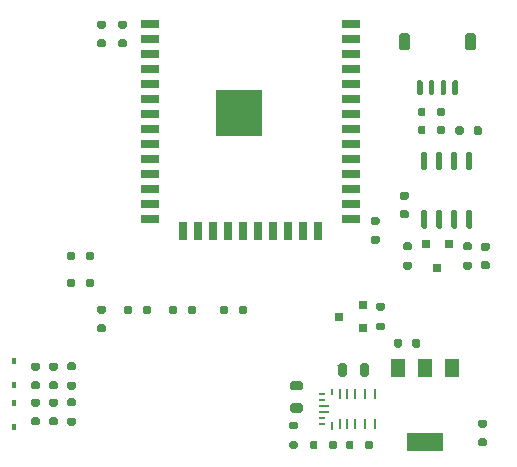
<source format=gbr>
G04 #@! TF.GenerationSoftware,KiCad,Pcbnew,(5.1.9)-1*
G04 #@! TF.CreationDate,2021-03-03T09:56:07+01:00*
G04 #@! TF.ProjectId,bobbycar,626f6262-7963-4617-922e-6b696361645f,rev?*
G04 #@! TF.SameCoordinates,Original*
G04 #@! TF.FileFunction,Paste,Top*
G04 #@! TF.FilePolarity,Positive*
%FSLAX46Y46*%
G04 Gerber Fmt 4.6, Leading zero omitted, Abs format (unit mm)*
G04 Created by KiCad (PCBNEW (5.1.9)-1) date 2021-03-03 09:56:07*
%MOMM*%
%LPD*%
G01*
G04 APERTURE LIST*
%ADD10R,0.720000X0.640000*%
%ADD11R,1.600000X0.720000*%
%ADD12R,0.720000X1.600000*%
%ADD13R,4.000000X4.000000*%
%ADD14R,0.360000X0.480000*%
%ADD15R,0.640000X0.720000*%
%ADD16R,0.200000X0.560000*%
%ADD17R,0.200000X0.640000*%
%ADD18R,0.200000X0.880000*%
%ADD19R,0.560000X0.200000*%
%ADD20R,0.880000X0.200000*%
%ADD21R,1.200000X1.600000*%
%ADD22R,3.040000X1.600000*%
G04 APERTURE END LIST*
G36*
G01*
X127220000Y-59995000D02*
X126780000Y-59995000D01*
G75*
G02*
X126620000Y-59835000I0J160000D01*
G01*
X126620000Y-59515000D01*
G75*
G02*
X126780000Y-59355000I160000J0D01*
G01*
X127220000Y-59355000D01*
G75*
G02*
X127380000Y-59515000I0J-160000D01*
G01*
X127380000Y-59835000D01*
G75*
G02*
X127220000Y-59995000I-160000J0D01*
G01*
G37*
G36*
G01*
X127220000Y-61645000D02*
X126780000Y-61645000D01*
G75*
G02*
X126620000Y-61485000I0J160000D01*
G01*
X126620000Y-61165000D01*
G75*
G02*
X126780000Y-61005000I160000J0D01*
G01*
X127220000Y-61005000D01*
G75*
G02*
X127380000Y-61165000I0J-160000D01*
G01*
X127380000Y-61485000D01*
G75*
G02*
X127220000Y-61645000I-160000J0D01*
G01*
G37*
D10*
X123500000Y-60500000D03*
X125500000Y-59550000D03*
X125500000Y-61450000D03*
G36*
G01*
X134385000Y-51495000D02*
X134625000Y-51495000D01*
G75*
G02*
X134745000Y-51615000I0J-120000D01*
G01*
X134745000Y-52935000D01*
G75*
G02*
X134625000Y-53055000I-120000J0D01*
G01*
X134385000Y-53055000D01*
G75*
G02*
X134265000Y-52935000I0J120000D01*
G01*
X134265000Y-51615000D01*
G75*
G02*
X134385000Y-51495000I120000J0D01*
G01*
G37*
G36*
G01*
X133115000Y-51495000D02*
X133355000Y-51495000D01*
G75*
G02*
X133475000Y-51615000I0J-120000D01*
G01*
X133475000Y-52935000D01*
G75*
G02*
X133355000Y-53055000I-120000J0D01*
G01*
X133115000Y-53055000D01*
G75*
G02*
X132995000Y-52935000I0J120000D01*
G01*
X132995000Y-51615000D01*
G75*
G02*
X133115000Y-51495000I120000J0D01*
G01*
G37*
G36*
G01*
X131845000Y-51495000D02*
X132085000Y-51495000D01*
G75*
G02*
X132205000Y-51615000I0J-120000D01*
G01*
X132205000Y-52935000D01*
G75*
G02*
X132085000Y-53055000I-120000J0D01*
G01*
X131845000Y-53055000D01*
G75*
G02*
X131725000Y-52935000I0J120000D01*
G01*
X131725000Y-51615000D01*
G75*
G02*
X131845000Y-51495000I120000J0D01*
G01*
G37*
G36*
G01*
X130575000Y-51495000D02*
X130815000Y-51495000D01*
G75*
G02*
X130935000Y-51615000I0J-120000D01*
G01*
X130935000Y-52935000D01*
G75*
G02*
X130815000Y-53055000I-120000J0D01*
G01*
X130575000Y-53055000D01*
G75*
G02*
X130455000Y-52935000I0J120000D01*
G01*
X130455000Y-51615000D01*
G75*
G02*
X130575000Y-51495000I120000J0D01*
G01*
G37*
G36*
G01*
X130575000Y-46545000D02*
X130815000Y-46545000D01*
G75*
G02*
X130935000Y-46665000I0J-120000D01*
G01*
X130935000Y-47985000D01*
G75*
G02*
X130815000Y-48105000I-120000J0D01*
G01*
X130575000Y-48105000D01*
G75*
G02*
X130455000Y-47985000I0J120000D01*
G01*
X130455000Y-46665000D01*
G75*
G02*
X130575000Y-46545000I120000J0D01*
G01*
G37*
G36*
G01*
X131845000Y-46545000D02*
X132085000Y-46545000D01*
G75*
G02*
X132205000Y-46665000I0J-120000D01*
G01*
X132205000Y-47985000D01*
G75*
G02*
X132085000Y-48105000I-120000J0D01*
G01*
X131845000Y-48105000D01*
G75*
G02*
X131725000Y-47985000I0J120000D01*
G01*
X131725000Y-46665000D01*
G75*
G02*
X131845000Y-46545000I120000J0D01*
G01*
G37*
G36*
G01*
X133115000Y-46545000D02*
X133355000Y-46545000D01*
G75*
G02*
X133475000Y-46665000I0J-120000D01*
G01*
X133475000Y-47985000D01*
G75*
G02*
X133355000Y-48105000I-120000J0D01*
G01*
X133115000Y-48105000D01*
G75*
G02*
X132995000Y-47985000I0J120000D01*
G01*
X132995000Y-46665000D01*
G75*
G02*
X133115000Y-46545000I120000J0D01*
G01*
G37*
G36*
G01*
X134385000Y-46545000D02*
X134625000Y-46545000D01*
G75*
G02*
X134745000Y-46665000I0J-120000D01*
G01*
X134745000Y-47985000D01*
G75*
G02*
X134625000Y-48105000I-120000J0D01*
G01*
X134385000Y-48105000D01*
G75*
G02*
X134265000Y-47985000I0J120000D01*
G01*
X134265000Y-46665000D01*
G75*
G02*
X134385000Y-46545000I120000J0D01*
G01*
G37*
G36*
G01*
X134890000Y-44950000D02*
X134890000Y-44550000D01*
G75*
G02*
X135070000Y-44370000I180000J0D01*
G01*
X135430000Y-44370000D01*
G75*
G02*
X135610000Y-44550000I0J-180000D01*
G01*
X135610000Y-44950000D01*
G75*
G02*
X135430000Y-45130000I-180000J0D01*
G01*
X135070000Y-45130000D01*
G75*
G02*
X134890000Y-44950000I0J180000D01*
G01*
G37*
G36*
G01*
X133340000Y-44950000D02*
X133340000Y-44550000D01*
G75*
G02*
X133520000Y-44370000I180000J0D01*
G01*
X133880000Y-44370000D01*
G75*
G02*
X134060000Y-44550000I0J-180000D01*
G01*
X134060000Y-44950000D01*
G75*
G02*
X133880000Y-45130000I-180000J0D01*
G01*
X133520000Y-45130000D01*
G75*
G02*
X133340000Y-44950000I0J180000D01*
G01*
G37*
G36*
G01*
X103173000Y-37013500D02*
X103583000Y-37013500D01*
G75*
G02*
X103758000Y-37188500I0J-175000D01*
G01*
X103758000Y-37538500D01*
G75*
G02*
X103583000Y-37713500I-175000J0D01*
G01*
X103173000Y-37713500D01*
G75*
G02*
X102998000Y-37538500I0J175000D01*
G01*
X102998000Y-37188500D01*
G75*
G02*
X103173000Y-37013500I175000J0D01*
G01*
G37*
G36*
G01*
X103173000Y-35438500D02*
X103583000Y-35438500D01*
G75*
G02*
X103758000Y-35613500I0J-175000D01*
G01*
X103758000Y-35963500D01*
G75*
G02*
X103583000Y-36138500I-175000J0D01*
G01*
X103173000Y-36138500D01*
G75*
G02*
X102998000Y-35963500I0J175000D01*
G01*
X102998000Y-35613500D01*
G75*
G02*
X103173000Y-35438500I175000J0D01*
G01*
G37*
D11*
X124500000Y-35745000D03*
X124500000Y-37015000D03*
X124500000Y-38285000D03*
X124500000Y-39555000D03*
X124500000Y-40825000D03*
X124500000Y-42095000D03*
X124500000Y-43365000D03*
X124500000Y-44635000D03*
X124500000Y-45905000D03*
X124500000Y-47175000D03*
X124500000Y-48445000D03*
X124500000Y-49715000D03*
X124500000Y-50985000D03*
X124500000Y-52255000D03*
D12*
X121715000Y-53255000D03*
X120445000Y-53255000D03*
X119175000Y-53255000D03*
X117905000Y-53255000D03*
X116635000Y-53255000D03*
X115365000Y-53255000D03*
X114095000Y-53255000D03*
X112825000Y-53255000D03*
X111555000Y-53255000D03*
X110285000Y-53255000D03*
D11*
X107500000Y-52255000D03*
X107500000Y-50985000D03*
X107500000Y-49715000D03*
X107500000Y-48445000D03*
X107500000Y-47175000D03*
X107500000Y-45905000D03*
X107500000Y-44635000D03*
X107500000Y-43365000D03*
X107500000Y-42095000D03*
X107500000Y-40825000D03*
X107500000Y-39555000D03*
X107500000Y-38285000D03*
X107500000Y-37015000D03*
X107500000Y-35745000D03*
D13*
X115000000Y-43245000D03*
G36*
G01*
X131823000Y-44924000D02*
X131823000Y-44484000D01*
G75*
G02*
X131983000Y-44324000I160000J0D01*
G01*
X132303000Y-44324000D01*
G75*
G02*
X132463000Y-44484000I0J-160000D01*
G01*
X132463000Y-44924000D01*
G75*
G02*
X132303000Y-45084000I-160000J0D01*
G01*
X131983000Y-45084000D01*
G75*
G02*
X131823000Y-44924000I0J160000D01*
G01*
G37*
G36*
G01*
X130173000Y-44924000D02*
X130173000Y-44484000D01*
G75*
G02*
X130333000Y-44324000I160000J0D01*
G01*
X130653000Y-44324000D01*
G75*
G02*
X130813000Y-44484000I0J-160000D01*
G01*
X130813000Y-44924000D01*
G75*
G02*
X130653000Y-45084000I-160000J0D01*
G01*
X130333000Y-45084000D01*
G75*
G02*
X130173000Y-44924000I0J160000D01*
G01*
G37*
G36*
G01*
X131823000Y-43400000D02*
X131823000Y-42960000D01*
G75*
G02*
X131983000Y-42800000I160000J0D01*
G01*
X132303000Y-42800000D01*
G75*
G02*
X132463000Y-42960000I0J-160000D01*
G01*
X132463000Y-43400000D01*
G75*
G02*
X132303000Y-43560000I-160000J0D01*
G01*
X131983000Y-43560000D01*
G75*
G02*
X131823000Y-43400000I0J160000D01*
G01*
G37*
G36*
G01*
X130173000Y-43400000D02*
X130173000Y-42960000D01*
G75*
G02*
X130333000Y-42800000I160000J0D01*
G01*
X130653000Y-42800000D01*
G75*
G02*
X130813000Y-42960000I0J-160000D01*
G01*
X130813000Y-43400000D01*
G75*
G02*
X130653000Y-43560000I-160000J0D01*
G01*
X130333000Y-43560000D01*
G75*
G02*
X130173000Y-43400000I0J160000D01*
G01*
G37*
G36*
G01*
X101058000Y-65027000D02*
X100618000Y-65027000D01*
G75*
G02*
X100458000Y-64867000I0J160000D01*
G01*
X100458000Y-64547000D01*
G75*
G02*
X100618000Y-64387000I160000J0D01*
G01*
X101058000Y-64387000D01*
G75*
G02*
X101218000Y-64547000I0J-160000D01*
G01*
X101218000Y-64867000D01*
G75*
G02*
X101058000Y-65027000I-160000J0D01*
G01*
G37*
G36*
G01*
X101058000Y-66677000D02*
X100618000Y-66677000D01*
G75*
G02*
X100458000Y-66517000I0J160000D01*
G01*
X100458000Y-66197000D01*
G75*
G02*
X100618000Y-66037000I160000J0D01*
G01*
X101058000Y-66037000D01*
G75*
G02*
X101218000Y-66197000I0J-160000D01*
G01*
X101218000Y-66517000D01*
G75*
G02*
X101058000Y-66677000I-160000J0D01*
G01*
G37*
G36*
G01*
X100618000Y-69085000D02*
X101058000Y-69085000D01*
G75*
G02*
X101218000Y-69245000I0J-160000D01*
G01*
X101218000Y-69565000D01*
G75*
G02*
X101058000Y-69725000I-160000J0D01*
G01*
X100618000Y-69725000D01*
G75*
G02*
X100458000Y-69565000I0J160000D01*
G01*
X100458000Y-69245000D01*
G75*
G02*
X100618000Y-69085000I160000J0D01*
G01*
G37*
G36*
G01*
X100618000Y-67435000D02*
X101058000Y-67435000D01*
G75*
G02*
X101218000Y-67595000I0J-160000D01*
G01*
X101218000Y-67915000D01*
G75*
G02*
X101058000Y-68075000I-160000J0D01*
G01*
X100618000Y-68075000D01*
G75*
G02*
X100458000Y-67915000I0J160000D01*
G01*
X100458000Y-67595000D01*
G75*
G02*
X100618000Y-67435000I160000J0D01*
G01*
G37*
D14*
X96012000Y-64228000D03*
X96012000Y-66328000D03*
X96012000Y-69884000D03*
X96012000Y-67784000D03*
G36*
G01*
X105988500Y-59739000D02*
X105988500Y-60149000D01*
G75*
G02*
X105813500Y-60324000I-175000J0D01*
G01*
X105463500Y-60324000D01*
G75*
G02*
X105288500Y-60149000I0J175000D01*
G01*
X105288500Y-59739000D01*
G75*
G02*
X105463500Y-59564000I175000J0D01*
G01*
X105813500Y-59564000D01*
G75*
G02*
X105988500Y-59739000I0J-175000D01*
G01*
G37*
G36*
G01*
X107563500Y-59739000D02*
X107563500Y-60149000D01*
G75*
G02*
X107388500Y-60324000I-175000J0D01*
G01*
X107038500Y-60324000D01*
G75*
G02*
X106863500Y-60149000I0J175000D01*
G01*
X106863500Y-59739000D01*
G75*
G02*
X107038500Y-59564000I175000J0D01*
G01*
X107388500Y-59564000D01*
G75*
G02*
X107563500Y-59739000I0J-175000D01*
G01*
G37*
G36*
G01*
X103583000Y-60268500D02*
X103173000Y-60268500D01*
G75*
G02*
X102998000Y-60093500I0J175000D01*
G01*
X102998000Y-59743500D01*
G75*
G02*
X103173000Y-59568500I175000J0D01*
G01*
X103583000Y-59568500D01*
G75*
G02*
X103758000Y-59743500I0J-175000D01*
G01*
X103758000Y-60093500D01*
G75*
G02*
X103583000Y-60268500I-175000J0D01*
G01*
G37*
G36*
G01*
X103583000Y-61843500D02*
X103173000Y-61843500D01*
G75*
G02*
X102998000Y-61668500I0J175000D01*
G01*
X102998000Y-61318500D01*
G75*
G02*
X103173000Y-61143500I175000J0D01*
G01*
X103583000Y-61143500D01*
G75*
G02*
X103758000Y-61318500I0J-175000D01*
G01*
X103758000Y-61668500D01*
G75*
G02*
X103583000Y-61843500I-175000J0D01*
G01*
G37*
G36*
G01*
X114991500Y-60149000D02*
X114991500Y-59739000D01*
G75*
G02*
X115166500Y-59564000I175000J0D01*
G01*
X115516500Y-59564000D01*
G75*
G02*
X115691500Y-59739000I0J-175000D01*
G01*
X115691500Y-60149000D01*
G75*
G02*
X115516500Y-60324000I-175000J0D01*
G01*
X115166500Y-60324000D01*
G75*
G02*
X114991500Y-60149000I0J175000D01*
G01*
G37*
G36*
G01*
X113416500Y-60149000D02*
X113416500Y-59739000D01*
G75*
G02*
X113591500Y-59564000I175000J0D01*
G01*
X113941500Y-59564000D01*
G75*
G02*
X114116500Y-59739000I0J-175000D01*
G01*
X114116500Y-60149000D01*
G75*
G02*
X113941500Y-60324000I-175000J0D01*
G01*
X113591500Y-60324000D01*
G75*
G02*
X113416500Y-60149000I0J175000D01*
G01*
G37*
G36*
G01*
X110673500Y-60149000D02*
X110673500Y-59739000D01*
G75*
G02*
X110848500Y-59564000I175000J0D01*
G01*
X111198500Y-59564000D01*
G75*
G02*
X111373500Y-59739000I0J-175000D01*
G01*
X111373500Y-60149000D01*
G75*
G02*
X111198500Y-60324000I-175000J0D01*
G01*
X110848500Y-60324000D01*
G75*
G02*
X110673500Y-60149000I0J175000D01*
G01*
G37*
G36*
G01*
X109098500Y-60149000D02*
X109098500Y-59739000D01*
G75*
G02*
X109273500Y-59564000I175000J0D01*
G01*
X109623500Y-59564000D01*
G75*
G02*
X109798500Y-59739000I0J-175000D01*
G01*
X109798500Y-60149000D01*
G75*
G02*
X109623500Y-60324000I-175000J0D01*
G01*
X109273500Y-60324000D01*
G75*
G02*
X109098500Y-60149000I0J175000D01*
G01*
G37*
D15*
X131826000Y-56372000D03*
X130876000Y-54372000D03*
X132776000Y-54372000D03*
G36*
G01*
X119508000Y-67860000D02*
X120268000Y-67860000D01*
G75*
G02*
X120468000Y-68060000I0J-200000D01*
G01*
X120468000Y-68460000D01*
G75*
G02*
X120268000Y-68660000I-200000J0D01*
G01*
X119508000Y-68660000D01*
G75*
G02*
X119308000Y-68460000I0J200000D01*
G01*
X119308000Y-68060000D01*
G75*
G02*
X119508000Y-67860000I200000J0D01*
G01*
G37*
G36*
G01*
X119508000Y-65960000D02*
X120268000Y-65960000D01*
G75*
G02*
X120468000Y-66160000I0J-200000D01*
G01*
X120468000Y-66560000D01*
G75*
G02*
X120268000Y-66760000I-200000J0D01*
G01*
X119508000Y-66760000D01*
G75*
G02*
X119308000Y-66560000I0J200000D01*
G01*
X119308000Y-66160000D01*
G75*
G02*
X119508000Y-65960000I200000J0D01*
G01*
G37*
G36*
G01*
X129506000Y-36720999D02*
X129506000Y-37761001D01*
G75*
G02*
X129306001Y-37961000I-199999J0D01*
G01*
X128745999Y-37961000D01*
G75*
G02*
X128546000Y-37761001I0J199999D01*
G01*
X128546000Y-36720999D01*
G75*
G02*
X128745999Y-36521000I199999J0D01*
G01*
X129306001Y-36521000D01*
G75*
G02*
X129506000Y-36720999I0J-199999D01*
G01*
G37*
G36*
G01*
X135106000Y-36720999D02*
X135106000Y-37761001D01*
G75*
G02*
X134906001Y-37961000I-199999J0D01*
G01*
X134345999Y-37961000D01*
G75*
G02*
X134146000Y-37761001I0J199999D01*
G01*
X134146000Y-36720999D01*
G75*
G02*
X134345999Y-36521000I199999J0D01*
G01*
X134906001Y-36521000D01*
G75*
G02*
X135106000Y-36720999I0J-199999D01*
G01*
G37*
G36*
G01*
X130566000Y-40616000D02*
X130566000Y-41616000D01*
G75*
G02*
X130446000Y-41736000I-120000J0D01*
G01*
X130206000Y-41736000D01*
G75*
G02*
X130086000Y-41616000I0J120000D01*
G01*
X130086000Y-40616000D01*
G75*
G02*
X130206000Y-40496000I120000J0D01*
G01*
X130446000Y-40496000D01*
G75*
G02*
X130566000Y-40616000I0J-120000D01*
G01*
G37*
G36*
G01*
X131566000Y-40616000D02*
X131566000Y-41616000D01*
G75*
G02*
X131446000Y-41736000I-120000J0D01*
G01*
X131206000Y-41736000D01*
G75*
G02*
X131086000Y-41616000I0J120000D01*
G01*
X131086000Y-40616000D01*
G75*
G02*
X131206000Y-40496000I120000J0D01*
G01*
X131446000Y-40496000D01*
G75*
G02*
X131566000Y-40616000I0J-120000D01*
G01*
G37*
G36*
G01*
X132566000Y-40616000D02*
X132566000Y-41616000D01*
G75*
G02*
X132446000Y-41736000I-120000J0D01*
G01*
X132206000Y-41736000D01*
G75*
G02*
X132086000Y-41616000I0J120000D01*
G01*
X132086000Y-40616000D01*
G75*
G02*
X132206000Y-40496000I120000J0D01*
G01*
X132446000Y-40496000D01*
G75*
G02*
X132566000Y-40616000I0J-120000D01*
G01*
G37*
G36*
G01*
X133566000Y-40616000D02*
X133566000Y-41616000D01*
G75*
G02*
X133446000Y-41736000I-120000J0D01*
G01*
X133206000Y-41736000D01*
G75*
G02*
X133086000Y-41616000I0J120000D01*
G01*
X133086000Y-40616000D01*
G75*
G02*
X133206000Y-40496000I120000J0D01*
G01*
X133446000Y-40496000D01*
G75*
G02*
X133566000Y-40616000I0J-120000D01*
G01*
G37*
G36*
G01*
X129232000Y-50639000D02*
X128832000Y-50639000D01*
G75*
G02*
X128652000Y-50459000I0J180000D01*
G01*
X128652000Y-50099000D01*
G75*
G02*
X128832000Y-49919000I180000J0D01*
G01*
X129232000Y-49919000D01*
G75*
G02*
X129412000Y-50099000I0J-180000D01*
G01*
X129412000Y-50459000D01*
G75*
G02*
X129232000Y-50639000I-180000J0D01*
G01*
G37*
G36*
G01*
X129232000Y-52189000D02*
X128832000Y-52189000D01*
G75*
G02*
X128652000Y-52009000I0J180000D01*
G01*
X128652000Y-51649000D01*
G75*
G02*
X128832000Y-51469000I180000J0D01*
G01*
X129232000Y-51469000D01*
G75*
G02*
X129412000Y-51649000I0J-180000D01*
G01*
X129412000Y-52009000D01*
G75*
G02*
X129232000Y-52189000I-180000J0D01*
G01*
G37*
G36*
G01*
X124717000Y-71154000D02*
X124717000Y-71594000D01*
G75*
G02*
X124557000Y-71754000I-160000J0D01*
G01*
X124237000Y-71754000D01*
G75*
G02*
X124077000Y-71594000I0J160000D01*
G01*
X124077000Y-71154000D01*
G75*
G02*
X124237000Y-70994000I160000J0D01*
G01*
X124557000Y-70994000D01*
G75*
G02*
X124717000Y-71154000I0J-160000D01*
G01*
G37*
G36*
G01*
X126367000Y-71154000D02*
X126367000Y-71594000D01*
G75*
G02*
X126207000Y-71754000I-160000J0D01*
G01*
X125887000Y-71754000D01*
G75*
G02*
X125727000Y-71594000I0J160000D01*
G01*
X125727000Y-71154000D01*
G75*
G02*
X125887000Y-70994000I160000J0D01*
G01*
X126207000Y-70994000D01*
G75*
G02*
X126367000Y-71154000I0J-160000D01*
G01*
G37*
G36*
G01*
X135690000Y-55787000D02*
X136090000Y-55787000D01*
G75*
G02*
X136270000Y-55967000I0J-180000D01*
G01*
X136270000Y-56327000D01*
G75*
G02*
X136090000Y-56507000I-180000J0D01*
G01*
X135690000Y-56507000D01*
G75*
G02*
X135510000Y-56327000I0J180000D01*
G01*
X135510000Y-55967000D01*
G75*
G02*
X135690000Y-55787000I180000J0D01*
G01*
G37*
G36*
G01*
X135690000Y-54237000D02*
X136090000Y-54237000D01*
G75*
G02*
X136270000Y-54417000I0J-180000D01*
G01*
X136270000Y-54777000D01*
G75*
G02*
X136090000Y-54957000I-180000J0D01*
G01*
X135690000Y-54957000D01*
G75*
G02*
X135510000Y-54777000I0J180000D01*
G01*
X135510000Y-54417000D01*
G75*
G02*
X135690000Y-54237000I180000J0D01*
G01*
G37*
G36*
G01*
X119854000Y-70044000D02*
X119414000Y-70044000D01*
G75*
G02*
X119254000Y-69884000I0J160000D01*
G01*
X119254000Y-69564000D01*
G75*
G02*
X119414000Y-69404000I160000J0D01*
G01*
X119854000Y-69404000D01*
G75*
G02*
X120014000Y-69564000I0J-160000D01*
G01*
X120014000Y-69884000D01*
G75*
G02*
X119854000Y-70044000I-160000J0D01*
G01*
G37*
G36*
G01*
X119854000Y-71694000D02*
X119414000Y-71694000D01*
G75*
G02*
X119254000Y-71534000I0J160000D01*
G01*
X119254000Y-71214000D01*
G75*
G02*
X119414000Y-71054000I160000J0D01*
G01*
X119854000Y-71054000D01*
G75*
G02*
X120014000Y-71214000I0J-160000D01*
G01*
X120014000Y-71534000D01*
G75*
G02*
X119854000Y-71694000I-160000J0D01*
G01*
G37*
G36*
G01*
X125264000Y-65404000D02*
X125264000Y-64644000D01*
G75*
G02*
X125464000Y-64444000I200000J0D01*
G01*
X125864000Y-64444000D01*
G75*
G02*
X126064000Y-64644000I0J-200000D01*
G01*
X126064000Y-65404000D01*
G75*
G02*
X125864000Y-65604000I-200000J0D01*
G01*
X125464000Y-65604000D01*
G75*
G02*
X125264000Y-65404000I0J200000D01*
G01*
G37*
G36*
G01*
X123364000Y-65404000D02*
X123364000Y-64644000D01*
G75*
G02*
X123564000Y-64444000I200000J0D01*
G01*
X123964000Y-64444000D01*
G75*
G02*
X124164000Y-64644000I0J-200000D01*
G01*
X124164000Y-65404000D01*
G75*
G02*
X123964000Y-65604000I-200000J0D01*
G01*
X123564000Y-65604000D01*
G75*
G02*
X123364000Y-65404000I0J200000D01*
G01*
G37*
G36*
G01*
X121669000Y-71154000D02*
X121669000Y-71594000D01*
G75*
G02*
X121509000Y-71754000I-160000J0D01*
G01*
X121189000Y-71754000D01*
G75*
G02*
X121029000Y-71594000I0J160000D01*
G01*
X121029000Y-71154000D01*
G75*
G02*
X121189000Y-70994000I160000J0D01*
G01*
X121509000Y-70994000D01*
G75*
G02*
X121669000Y-71154000I0J-160000D01*
G01*
G37*
G36*
G01*
X123319000Y-71154000D02*
X123319000Y-71594000D01*
G75*
G02*
X123159000Y-71754000I-160000J0D01*
G01*
X122839000Y-71754000D01*
G75*
G02*
X122679000Y-71594000I0J160000D01*
G01*
X122679000Y-71154000D01*
G75*
G02*
X122839000Y-70994000I160000J0D01*
G01*
X123159000Y-70994000D01*
G75*
G02*
X123319000Y-71154000I0J-160000D01*
G01*
G37*
G36*
G01*
X134586000Y-54867000D02*
X134146000Y-54867000D01*
G75*
G02*
X133986000Y-54707000I0J160000D01*
G01*
X133986000Y-54387000D01*
G75*
G02*
X134146000Y-54227000I160000J0D01*
G01*
X134586000Y-54227000D01*
G75*
G02*
X134746000Y-54387000I0J-160000D01*
G01*
X134746000Y-54707000D01*
G75*
G02*
X134586000Y-54867000I-160000J0D01*
G01*
G37*
G36*
G01*
X134586000Y-56517000D02*
X134146000Y-56517000D01*
G75*
G02*
X133986000Y-56357000I0J160000D01*
G01*
X133986000Y-56037000D01*
G75*
G02*
X134146000Y-55877000I160000J0D01*
G01*
X134586000Y-55877000D01*
G75*
G02*
X134746000Y-56037000I0J-160000D01*
G01*
X134746000Y-56357000D01*
G75*
G02*
X134586000Y-56517000I-160000J0D01*
G01*
G37*
G36*
G01*
X129066000Y-55877000D02*
X129506000Y-55877000D01*
G75*
G02*
X129666000Y-56037000I0J-160000D01*
G01*
X129666000Y-56357000D01*
G75*
G02*
X129506000Y-56517000I-160000J0D01*
G01*
X129066000Y-56517000D01*
G75*
G02*
X128906000Y-56357000I0J160000D01*
G01*
X128906000Y-56037000D01*
G75*
G02*
X129066000Y-55877000I160000J0D01*
G01*
G37*
G36*
G01*
X129066000Y-54227000D02*
X129506000Y-54227000D01*
G75*
G02*
X129666000Y-54387000I0J-160000D01*
G01*
X129666000Y-54707000D01*
G75*
G02*
X129506000Y-54867000I-160000J0D01*
G01*
X129066000Y-54867000D01*
G75*
G02*
X128906000Y-54707000I0J160000D01*
G01*
X128906000Y-54387000D01*
G75*
G02*
X129066000Y-54227000I160000J0D01*
G01*
G37*
D16*
X122910000Y-66876000D03*
D17*
X122910000Y-69726000D03*
D18*
X126560000Y-67076000D03*
X125710000Y-67076000D03*
X124860000Y-67076000D03*
X126560000Y-69576000D03*
X125710000Y-69576000D03*
X124860000Y-69576000D03*
D19*
X122010000Y-67076000D03*
X122010000Y-67576000D03*
X122010000Y-69076000D03*
X122010000Y-69576000D03*
D20*
X122210000Y-68076000D03*
X122210000Y-68576000D03*
D18*
X123560000Y-67076000D03*
X124210000Y-67076000D03*
X123560000Y-69576000D03*
X124210000Y-69576000D03*
G36*
G01*
X126345000Y-53637500D02*
X126755000Y-53637500D01*
G75*
G02*
X126930000Y-53812500I0J-175000D01*
G01*
X126930000Y-54162500D01*
G75*
G02*
X126755000Y-54337500I-175000J0D01*
G01*
X126345000Y-54337500D01*
G75*
G02*
X126170000Y-54162500I0J175000D01*
G01*
X126170000Y-53812500D01*
G75*
G02*
X126345000Y-53637500I175000J0D01*
G01*
G37*
G36*
G01*
X126345000Y-52062500D02*
X126755000Y-52062500D01*
G75*
G02*
X126930000Y-52237500I0J-175000D01*
G01*
X126930000Y-52587500D01*
G75*
G02*
X126755000Y-52762500I-175000J0D01*
G01*
X126345000Y-52762500D01*
G75*
G02*
X126170000Y-52587500I0J175000D01*
G01*
X126170000Y-52237500D01*
G75*
G02*
X126345000Y-52062500I175000J0D01*
G01*
G37*
G36*
G01*
X102037500Y-57863000D02*
X102037500Y-57453000D01*
G75*
G02*
X102212500Y-57278000I175000J0D01*
G01*
X102562500Y-57278000D01*
G75*
G02*
X102737500Y-57453000I0J-175000D01*
G01*
X102737500Y-57863000D01*
G75*
G02*
X102562500Y-58038000I-175000J0D01*
G01*
X102212500Y-58038000D01*
G75*
G02*
X102037500Y-57863000I0J175000D01*
G01*
G37*
G36*
G01*
X100462500Y-57863000D02*
X100462500Y-57453000D01*
G75*
G02*
X100637500Y-57278000I175000J0D01*
G01*
X100987500Y-57278000D01*
G75*
G02*
X101162500Y-57453000I0J-175000D01*
G01*
X101162500Y-57863000D01*
G75*
G02*
X100987500Y-58038000I-175000J0D01*
G01*
X100637500Y-58038000D01*
G75*
G02*
X100462500Y-57863000I0J175000D01*
G01*
G37*
G36*
G01*
X101162500Y-55167000D02*
X101162500Y-55577000D01*
G75*
G02*
X100987500Y-55752000I-175000J0D01*
G01*
X100637500Y-55752000D01*
G75*
G02*
X100462500Y-55577000I0J175000D01*
G01*
X100462500Y-55167000D01*
G75*
G02*
X100637500Y-54992000I175000J0D01*
G01*
X100987500Y-54992000D01*
G75*
G02*
X101162500Y-55167000I0J-175000D01*
G01*
G37*
G36*
G01*
X102737500Y-55167000D02*
X102737500Y-55577000D01*
G75*
G02*
X102562500Y-55752000I-175000J0D01*
G01*
X102212500Y-55752000D01*
G75*
G02*
X102037500Y-55577000I0J175000D01*
G01*
X102037500Y-55167000D01*
G75*
G02*
X102212500Y-54992000I175000J0D01*
G01*
X102562500Y-54992000D01*
G75*
G02*
X102737500Y-55167000I0J-175000D01*
G01*
G37*
G36*
G01*
X97995000Y-65094500D02*
X97585000Y-65094500D01*
G75*
G02*
X97410000Y-64919500I0J175000D01*
G01*
X97410000Y-64569500D01*
G75*
G02*
X97585000Y-64394500I175000J0D01*
G01*
X97995000Y-64394500D01*
G75*
G02*
X98170000Y-64569500I0J-175000D01*
G01*
X98170000Y-64919500D01*
G75*
G02*
X97995000Y-65094500I-175000J0D01*
G01*
G37*
G36*
G01*
X97995000Y-66669500D02*
X97585000Y-66669500D01*
G75*
G02*
X97410000Y-66494500I0J175000D01*
G01*
X97410000Y-66144500D01*
G75*
G02*
X97585000Y-65969500I175000J0D01*
G01*
X97995000Y-65969500D01*
G75*
G02*
X98170000Y-66144500I0J-175000D01*
G01*
X98170000Y-66494500D01*
G75*
G02*
X97995000Y-66669500I-175000J0D01*
G01*
G37*
G36*
G01*
X97585000Y-69017500D02*
X97995000Y-69017500D01*
G75*
G02*
X98170000Y-69192500I0J-175000D01*
G01*
X98170000Y-69542500D01*
G75*
G02*
X97995000Y-69717500I-175000J0D01*
G01*
X97585000Y-69717500D01*
G75*
G02*
X97410000Y-69542500I0J175000D01*
G01*
X97410000Y-69192500D01*
G75*
G02*
X97585000Y-69017500I175000J0D01*
G01*
G37*
G36*
G01*
X97585000Y-67442500D02*
X97995000Y-67442500D01*
G75*
G02*
X98170000Y-67617500I0J-175000D01*
G01*
X98170000Y-67967500D01*
G75*
G02*
X97995000Y-68142500I-175000J0D01*
G01*
X97585000Y-68142500D01*
G75*
G02*
X97410000Y-67967500I0J175000D01*
G01*
X97410000Y-67617500D01*
G75*
G02*
X97585000Y-67442500I175000J0D01*
G01*
G37*
G36*
G01*
X99519000Y-68142500D02*
X99109000Y-68142500D01*
G75*
G02*
X98934000Y-67967500I0J175000D01*
G01*
X98934000Y-67617500D01*
G75*
G02*
X99109000Y-67442500I175000J0D01*
G01*
X99519000Y-67442500D01*
G75*
G02*
X99694000Y-67617500I0J-175000D01*
G01*
X99694000Y-67967500D01*
G75*
G02*
X99519000Y-68142500I-175000J0D01*
G01*
G37*
G36*
G01*
X99519000Y-69717500D02*
X99109000Y-69717500D01*
G75*
G02*
X98934000Y-69542500I0J175000D01*
G01*
X98934000Y-69192500D01*
G75*
G02*
X99109000Y-69017500I175000J0D01*
G01*
X99519000Y-69017500D01*
G75*
G02*
X99694000Y-69192500I0J-175000D01*
G01*
X99694000Y-69542500D01*
G75*
G02*
X99519000Y-69717500I-175000J0D01*
G01*
G37*
G36*
G01*
X99109000Y-65969500D02*
X99519000Y-65969500D01*
G75*
G02*
X99694000Y-66144500I0J-175000D01*
G01*
X99694000Y-66494500D01*
G75*
G02*
X99519000Y-66669500I-175000J0D01*
G01*
X99109000Y-66669500D01*
G75*
G02*
X98934000Y-66494500I0J175000D01*
G01*
X98934000Y-66144500D01*
G75*
G02*
X99109000Y-65969500I175000J0D01*
G01*
G37*
G36*
G01*
X99109000Y-64394500D02*
X99519000Y-64394500D01*
G75*
G02*
X99694000Y-64569500I0J-175000D01*
G01*
X99694000Y-64919500D01*
G75*
G02*
X99519000Y-65094500I-175000J0D01*
G01*
X99109000Y-65094500D01*
G75*
G02*
X98934000Y-64919500I0J175000D01*
G01*
X98934000Y-64569500D01*
G75*
G02*
X99109000Y-64394500I175000J0D01*
G01*
G37*
D21*
X133050000Y-64850000D03*
X128450000Y-64850000D03*
X130750000Y-64850000D03*
D22*
X130750000Y-71150000D03*
G36*
G01*
X135431000Y-70795500D02*
X135841000Y-70795500D01*
G75*
G02*
X136016000Y-70970500I0J-175000D01*
G01*
X136016000Y-71320500D01*
G75*
G02*
X135841000Y-71495500I-175000J0D01*
G01*
X135431000Y-71495500D01*
G75*
G02*
X135256000Y-71320500I0J175000D01*
G01*
X135256000Y-70970500D01*
G75*
G02*
X135431000Y-70795500I175000J0D01*
G01*
G37*
G36*
G01*
X135431000Y-69220500D02*
X135841000Y-69220500D01*
G75*
G02*
X136016000Y-69395500I0J-175000D01*
G01*
X136016000Y-69745500D01*
G75*
G02*
X135841000Y-69920500I-175000J0D01*
G01*
X135431000Y-69920500D01*
G75*
G02*
X135256000Y-69745500I0J175000D01*
G01*
X135256000Y-69395500D01*
G75*
G02*
X135431000Y-69220500I175000J0D01*
G01*
G37*
G36*
G01*
X128812500Y-62545000D02*
X128812500Y-62955000D01*
G75*
G02*
X128637500Y-63130000I-175000J0D01*
G01*
X128287500Y-63130000D01*
G75*
G02*
X128112500Y-62955000I0J175000D01*
G01*
X128112500Y-62545000D01*
G75*
G02*
X128287500Y-62370000I175000J0D01*
G01*
X128637500Y-62370000D01*
G75*
G02*
X128812500Y-62545000I0J-175000D01*
G01*
G37*
G36*
G01*
X130387500Y-62545000D02*
X130387500Y-62955000D01*
G75*
G02*
X130212500Y-63130000I-175000J0D01*
G01*
X129862500Y-63130000D01*
G75*
G02*
X129687500Y-62955000I0J175000D01*
G01*
X129687500Y-62545000D01*
G75*
G02*
X129862500Y-62370000I175000J0D01*
G01*
X130212500Y-62370000D01*
G75*
G02*
X130387500Y-62545000I0J-175000D01*
G01*
G37*
G36*
G01*
X104951000Y-37013500D02*
X105361000Y-37013500D01*
G75*
G02*
X105536000Y-37188500I0J-175000D01*
G01*
X105536000Y-37538500D01*
G75*
G02*
X105361000Y-37713500I-175000J0D01*
G01*
X104951000Y-37713500D01*
G75*
G02*
X104776000Y-37538500I0J175000D01*
G01*
X104776000Y-37188500D01*
G75*
G02*
X104951000Y-37013500I175000J0D01*
G01*
G37*
G36*
G01*
X104951000Y-35438500D02*
X105361000Y-35438500D01*
G75*
G02*
X105536000Y-35613500I0J-175000D01*
G01*
X105536000Y-35963500D01*
G75*
G02*
X105361000Y-36138500I-175000J0D01*
G01*
X104951000Y-36138500D01*
G75*
G02*
X104776000Y-35963500I0J175000D01*
G01*
X104776000Y-35613500D01*
G75*
G02*
X104951000Y-35438500I175000J0D01*
G01*
G37*
M02*

</source>
